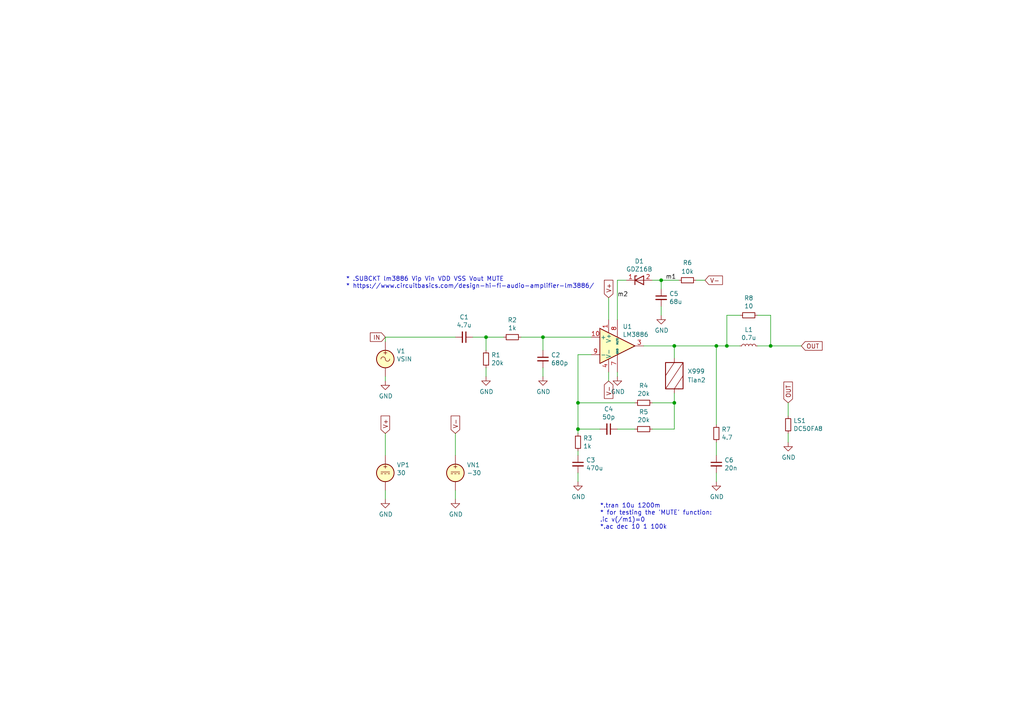
<source format=kicad_sch>
(kicad_sch (version 20230819) (generator eeschema)
  (paper "A4")
  (lib_symbols
    (symbol "Amplifier_Audio:LM3886" (pin_names (offset 0.127))
      (property "Reference" "U" (at 5.08 6.35 0))
      (property "Value" "LM3886" (at 5.08 3.81 0))
      (symbol "LM3886_0_1"
        (polyline (pts (xy -5.08 5.08) (xy 5.08 0) (xy -5.08 -5.08) (xy -5.08 5.08)) (stroke (width 0.254)) (fill (type background)))
      )
      (symbol "LM3886_1_1"
        (pin power_in line (at -2.54 7.62 270) (length 3.81) (name "V+") (number "1"))
        (pin input line (at -7.62 2.54 0) (length 2.54) (name "+") (number "10"))
        (pin no_connect line (at 2.54 2.54 270) (length 2.54) hide (name "NC") (number "11"))
        (pin no_connect line (at -2.54 2.54 270) (length 2.54) hide (name "NC") (number "2"))
        (pin output line (at 7.62 0 180) (length 2.54) (name "~") (number "3"))
        (pin power_in line (at -2.54 -7.62 90) (length 3.81) (name "V-") (number "4"))
        (pin passive line (at -2.54 7.62 270) (length 3.81) hide (name "V+") (number "5"))
        (pin no_connect line (at 0 2.54 270) (length 2.54) hide (name "NC") (number "6"))
        (pin power_in line (at 0 -7.62 90) (length 5.08) (name "GND") (number "7"))
        (pin input line (at 0 7.62 270) (length 5.08) (name "MUTE") (number "8"))
        (pin input line (at -7.62 -2.54 0) (length 2.54) (name "-") (number "9"))
      )
    )
    (symbol "Device:C_Small" (pin_numbers hide) (pin_names (offset 0.254) hide)
      (property "Reference" "C" (at 0.254 1.778 0))
      (property "Value" "C_Small" (at 0.254 -2.032 0))
      (symbol "C_Small_0_1"
        (polyline (pts (xy -1.524 -0.508) (xy 1.524 -0.508)) (stroke (width 0.3302)))
        (polyline (pts (xy -1.524 0.508) (xy 1.524 0.508)) (stroke (width 0.3048)))
      )
      (symbol "C_Small_1_1"
        (pin passive line (at 0 2.54 270) (length 2.032) (name "~") (number "1"))
        (pin passive line (at 0 -2.54 90) (length 2.032) (name "~") (number "2"))
      )
    )
    (symbol "Device:L_Small" (pin_numbers hide) (pin_names (offset 0.254) hide)
      (property "Reference" "L" (at 0.762 1.016 0))
      (property "Value" "L_Small" (at 0.762 -1.016 0))
      (symbol "L_Small_0_1"
        (arc (start 0 -2.032) (mid 0.5058 -1.524) (end 0 -1.016))
        (arc (start 0 -1.016) (mid 0.5058 -0.508) (end 0 0))
        (arc (start 0 0) (mid 0.5058 0.508) (end 0 1.016))
        (arc (start 0 1.016) (mid 0.5058 1.524) (end 0 2.032))
      )
      (symbol "L_Small_1_1"
        (pin passive line (at 0 2.54 270) (length 0.508) (name "~") (number "1"))
        (pin passive line (at 0 -2.54 90) (length 0.508) (name "~") (number "2"))
      )
    )
    (symbol "Device:R_Small" (pin_numbers hide) (pin_names (offset 0.254) hide)
      (property "Reference" "R" (at 0.762 0.508 0))
      (property "Value" "R_Small" (at 0.762 -1.016 0))
      (symbol "R_Small_0_1"
        (rectangle (start -0.762 1.778) (end 0.762 -1.778) (stroke (width 0.2032)))
      )
      (symbol "R_Small_1_1"
        (pin passive line (at 0 2.54 270) (length 0.762) (name "~") (number "1"))
        (pin passive line (at 0 -2.54 90) (length 0.762) (name "~") (number "2"))
      )
    )
    (symbol "Diode:BZD27Cxx" (pin_names hide)
      (property "Reference" "D" (at 0 2.54 0))
      (property "Value" "BZD27Cxx" (at 0 -2.54 0))
      (symbol "BZD27Cxx_0_1"
        (polyline (pts (xy 1.27 0) (xy -1.27 0)))
        (polyline (pts (xy -1.27 -1.27) (xy -1.27 1.27) (xy -0.762 1.27)) (stroke (width 0.254)))
        (polyline (pts (xy 1.27 -1.27) (xy 1.27 1.27) (xy -1.27 0) (xy 1.27 -1.27)) (stroke (width 0.254)))
      )
      (symbol "BZD27Cxx_1_1"
        (pin passive line (at -3.81 0 0) (length 2.54) (name "K") (number "1"))
        (pin passive line (at 3.81 0 180) (length 2.54) (name "A") (number "2"))
      )
    )
    (symbol "Simulation_SPICE:VDC" (pin_numbers hide) (pin_names (offset 0.0254))
      (property "Reference" "V" (at 2.54 2.54 0))
      (property "Value" "VDC" (at 2.54 0 0))
      (property "Spice_Model" "dc(1)" (at 2.54 -2.54 0))
      (symbol "VDC_0_0"
        (polyline (pts (xy -1.27 0.254) (xy 1.27 0.254)))
        (polyline (pts (xy -0.762 -0.254) (xy -1.27 -0.254)))
        (polyline (pts (xy 0.254 -0.254) (xy -0.254 -0.254)))
        (polyline (pts (xy 1.27 -0.254) (xy 0.762 -0.254)))
        (text "+" (at 0 1.905 0) (effects (font (size 1.27 1.27))))
      )
      (symbol "VDC_0_1"
        (circle (center 0 0) (radius 2.54) (stroke (width 0.254)) (fill (type background)))
      )
      (symbol "VDC_1_1"
        (pin passive line (at 0 5.08 270) (length 2.54) (name "~") (number "1"))
        (pin passive line (at 0 -5.08 90) (length 2.54) (name "~") (number "2"))
      )
    )
    (symbol "Simulation_SPICE:VSIN" (pin_numbers hide) (pin_names (offset 0.0254))
      (property "Reference" "V" (at 2.54 2.54 0))
      (property "Value" "VSIN" (at 2.54 0 0))
      (property "Spice_Model" "sin(0 1 1k)" (at 2.54 -2.54 0))
      (symbol "VSIN_0_0"
        (arc (start 0 0) (mid -0.635 0.6323) (end -1.27 0))
        (arc (start 0 0) (mid 0.635 -0.6323) (end 1.27 0))
        (text "+" (at 0 1.905 0) (effects (font (size 1.27 1.27))))
      )
      (symbol "VSIN_0_1"
        (circle (center 0 0) (radius 2.54) (stroke (width 0.254)) (fill (type background)))
      )
      (symbol "VSIN_1_1"
        (pin passive line (at 0 5.08 270) (length 2.54) (name "~") (number "1"))
        (pin passive line (at 0 -5.08 90) (length 2.54) (name "~") (number "2"))
      )
    )
    (symbol "power:GND" (power) (pin_names (offset 0))
      (property "Value" "GND" (at 0 -3.81 0))
      (symbol "GND_0_1"
        (polyline (pts (xy 0 0) (xy 0 -1.27) (xy 1.27 -1.27) (xy 0 -2.54) (xy -1.27 -1.27) (xy 0 -1.27)))
      )
      (symbol "GND_1_1"
        (pin power_in line (at 0 0 270) (length 0) hide (name "GND") (number "1"))
      )
    )
    (symbol "tian:Tian2" (pin_numbers hide) (pin_names (offset 0))
      (property "Reference" "X999" (at -5.08 0 90))
      (property "Value" "Tian2" (at 0 0 90))
      (symbol "Tian2_0_1"
        (rectangle (start -2.54 3.81) (end 2.54 -3.81) (stroke (width 0.254)))
        (polyline (pts (xy -2.54 -3.81) (xy 2.54 3.81)) (stroke (width 0.1524)))
        (polyline (pts (xy -2.54 0) (xy 0 3.81)) (stroke (width 0.1524)))
        (polyline (pts (xy 0 -3.81) (xy 2.54 0)) (stroke (width 0.1524)))
        (rectangle (start 1.27 -3.81) (end 1.27 -3.81) (stroke (width 0.254)))
      )
      (symbol "Tian2_1_1"
        (pin passive line (at 0 5.08 270) (length 1.27) (name "~") (number "1"))
        (pin passive line (at 0 -5.08 90) (length 1.27) (name "~") (number "2"))
      )
    )
  )
  (junction (at 223.52 100.33))
  (junction (at 167.64 124.46))
  (junction (at 207.772 100.33))
  (junction (at 157.48 97.79))
  (junction (at 140.97 97.79))
  (junction (at 167.64 116.84))
  (junction (at 195.58 100.33))
  (junction (at 210.82 100.33))
  (junction (at 195.58 116.84))
  (junction (at 191.77 81.28))
  (wire (pts (xy 167.64 132.08) (xy 167.64 130.81)))
  (wire (pts (xy 191.77 81.28) (xy 191.77 83.82)))
  (wire (pts (xy 223.52 100.33) (xy 232.41 100.33)))
  (wire (pts (xy 111.76 99.06) (xy 111.76 97.79)))
  (wire (pts (xy 179.07 81.28) (xy 179.07 92.71)))
  (wire (pts (xy 167.64 102.87) (xy 167.64 116.84)))
  (wire (pts (xy 167.64 124.46) (xy 173.99 124.46)))
  (wire (pts (xy 189.23 116.84) (xy 195.58 116.84)))
  (wire (pts (xy 157.48 106.68) (xy 157.48 109.22)))
  (wire (pts (xy 111.76 142.24) (xy 111.76 144.78)))
  (wire (pts (xy 111.76 97.79) (xy 132.08 97.79)))
  (wire (pts (xy 140.97 106.68) (xy 140.97 109.22)))
  (wire (pts (xy 167.64 124.46) (xy 167.64 125.73)))
  (wire (pts (xy 210.82 91.44) (xy 210.82 100.33)))
  (wire (pts (xy 210.82 100.33) (xy 214.63 100.33)))
  (wire (pts (xy 132.08 144.78) (xy 132.08 142.24)))
  (wire (pts (xy 179.07 107.95) (xy 179.07 109.22)))
  (wire (pts (xy 111.76 109.22) (xy 111.76 110.49)))
  (wire (pts (xy 140.97 101.6) (xy 140.97 97.79)))
  (wire (pts (xy 191.77 81.28) (xy 196.85 81.28)))
  (wire (pts (xy 167.64 116.84) (xy 184.15 116.84)))
  (wire (pts (xy 157.48 97.79) (xy 171.45 97.79)))
  (wire (pts (xy 191.77 88.9) (xy 191.77 91.44)))
  (wire (pts (xy 176.53 107.95) (xy 176.53 110.49)))
  (wire (pts (xy 195.58 114.046) (xy 195.58 116.84)))
  (wire (pts (xy 228.6 120.65) (xy 228.6 116.84)))
  (wire (pts (xy 207.772 132.08) (xy 207.772 128.27)))
  (wire (pts (xy 151.13 97.79) (xy 157.48 97.79)))
  (wire (pts (xy 219.71 91.44) (xy 223.52 91.44)))
  (wire (pts (xy 179.07 124.46) (xy 184.15 124.46)))
  (wire (pts (xy 228.6 125.73) (xy 228.6 128.27)))
  (wire (pts (xy 179.07 81.28) (xy 181.61 81.28)))
  (wire (pts (xy 157.48 101.6) (xy 157.48 97.79)))
  (wire (pts (xy 219.71 100.33) (xy 223.52 100.33)))
  (wire (pts (xy 195.58 100.33) (xy 195.58 103.886)))
  (wire (pts (xy 207.772 100.33) (xy 210.82 100.33)))
  (wire (pts (xy 132.08 125.73) (xy 132.08 132.08)))
  (wire (pts (xy 201.93 81.28) (xy 204.47 81.28)))
  (wire (pts (xy 140.97 97.79) (xy 146.05 97.79)))
  (wire (pts (xy 111.76 125.73) (xy 111.76 132.08)))
  (wire (pts (xy 167.64 137.16) (xy 167.64 139.7)))
  (wire (pts (xy 186.69 100.33) (xy 195.58 100.33)))
  (wire (pts (xy 207.772 139.7) (xy 207.772 137.16)))
  (wire (pts (xy 223.52 91.44) (xy 223.52 100.33)))
  (wire (pts (xy 167.64 116.84) (xy 167.64 124.46)))
  (wire (pts (xy 167.64 102.87) (xy 171.45 102.87)))
  (wire (pts (xy 207.772 123.19) (xy 207.772 100.33)))
  (wire (pts (xy 137.16 97.79) (xy 140.97 97.79)))
  (wire (pts (xy 189.23 124.46) (xy 195.58 124.46)))
  (wire (pts (xy 195.58 124.46) (xy 195.58 116.84)))
  (wire (pts (xy 214.63 91.44) (xy 210.82 91.44)))
  (wire (pts (xy 195.58 100.33) (xy 207.772 100.33)))
  (wire (pts (xy 189.23 81.28) (xy 191.77 81.28)))
  (wire (pts (xy 176.53 86.36) (xy 176.53 92.71)))
  (text "*.tran 10u 1200m\n* for testing the 'MUTE' function:\n.ic v(/m1)=0\n*.ac dec 10 1 100k" (at 173.99 153.67 0) (effects (font (size 1.27 1.27)) (justify left bottom)))
  (text "* .SUBCKT lm3886 Vip Vin VDD VSS Vout MUTE\n* https://www.circuitbasics.com/design-hi-fi-audio-amplifier-lm3886/" (at 100.33 83.82 0) (effects (font (size 1.27 1.27)) (justify left bottom)))
  (label "m2" (at 179.07 86.36 0))
  (label "m1" (at 193.04 81.28 0))
  (global_label "IN" (shape input) (at 111.76 97.79 180) (property "Intersheetrefs" "${INTERSHEET_REFS}" (effects hide)))
  (global_label "OUT" (shape input) (at 228.6 116.84 90) (property "Intersheetrefs" "${INTERSHEET_REFS}" (effects hide)))
  (global_label "V+" (shape input) (at 111.76 125.73 90) (property "Intersheetrefs" "${INTERSHEET_REFS}" (effects hide)))
  (global_label "V-" (shape input) (at 176.53 110.49 270) (property "Intersheetrefs" "${INTERSHEET_REFS}" (effects hide)))
  (global_label "OUT" (shape input) (at 232.41 100.33 0) (property "Intersheetrefs" "${INTERSHEET_REFS}" (effects hide)))
  (global_label "V+" (shape input) (at 176.53 86.36 90) (property "Intersheetrefs" "${INTERSHEET_REFS}" (effects hide)))
  (global_label "V-" (shape input) (at 204.47 81.28 0) (property "Intersheetrefs" "${INTERSHEET_REFS}" (effects hide)))
  (global_label "V-" (shape input) (at 132.08 125.73 90) (property "Intersheetrefs" "${INTERSHEET_REFS}" (effects hide)))
  (symbol (lib_id "Amplifier_Audio:LM3886") (at 179.07 100.33 0) (unit 1)
    (property "Reference" "U1" (at 180.594 94.7166 0) (effects (justify left)))
    (property "Value" "LM3886" (at 180.594 97.028 0) (effects (justify left)))
    (property "Footprint" "Package_TO_SOT_THT:TO-220-11_P3.4x5.08mm_StaggerOdd_Lead4.85mm_Vertical" (effects hide))
    (property "Datasheet" "http://www.ti.com/lit/ds/symlink/lm3886.pdf" (effects hide))
    (property "Sim.Library" "LM3886.lib" (effects hide))
    (property "Sim.Name" "lm3886" (effects hide))
    (property "Sim.Pins" "10=1 9=2 1=3 4=4 3=5 8=6" (effects hide))
  )
  (symbol (lib_id "Device:C_Small") (at 157.48 104.14 0) (unit 1)
    (property "Reference" "C2" (at 159.8168 102.9716 0) (effects (justify left)))
    (property "Value" "680p" (at 159.8168 105.283 0) (effects (justify left)))
  )
  (symbol (lib_id "Device:C_Small") (at 134.62 97.79 270) (unit 1)
    (property "Reference" "C1" (at 134.62 91.9734 90))
    (property "Value" "4.7u" (at 134.62 94.2848 90))
  )
  (symbol (lib_id "Device:R_Small") (at 140.97 104.14 0) (unit 1)
    (property "Reference" "R1" (at 142.4686 102.9716 0) (effects (justify left)))
    (property "Value" "20k" (at 142.4686 105.283 0) (effects (justify left)))
  )
  (symbol (lib_id "Device:R_Small") (at 148.59 97.79 270) (unit 1)
    (property "Reference" "R2" (at 148.59 92.8116 90))
    (property "Value" "1k" (at 148.59 95.123 90))
  )
  (symbol (lib_id "power:GND") (at 140.97 109.22 0) (unit 1)
    (property "Reference" "#PWR02" (effects hide))
    (property "Value" "GND" (at 141.097 113.6142 0))
  )
  (symbol (lib_id "power:GND") (at 157.48 109.22 0) (unit 1)
    (property "Reference" "#PWR03" (effects hide))
    (property "Value" "GND" (at 157.607 113.6142 0))
  )
  (symbol (lib_id "Simulation_SPICE:VSIN") (at 111.76 104.14 0) (unit 1)
    (property "Reference" "V1" (at 115.062 101.8286 0) (effects (justify left)))
    (property "Value" "VSIN" (at 115.062 104.14 0) (effects (justify left)))
    (property "Sim.Device" "SPICE" (effects hide))
    (property "Sim.Params" "type=\"V\" model=\"dc 0 ac 0 sin(0 1 1k)\" lib=\"\"" (effects hide))
    (property "Sim.Pins" "1=1 2=2" (effects hide))
  )
  (symbol (lib_id "power:GND") (at 111.76 110.49 0) (unit 1)
    (property "Reference" "#PWR01" (effects hide))
    (property "Value" "GND" (at 111.887 114.8842 0))
  )
  (symbol (lib_id "Device:R_Small") (at 167.64 128.27 0) (unit 1)
    (property "Reference" "R3" (at 169.1386 127.1016 0) (effects (justify left)))
    (property "Value" "1k" (at 169.1386 129.413 0) (effects (justify left)))
  )
  (symbol (lib_id "Device:C_Small") (at 167.64 134.62 0) (unit 1)
    (property "Reference" "C3" (at 169.9768 133.4516 0) (effects (justify left)))
    (property "Value" "470u" (at 169.9768 135.763 0) (effects (justify left)))
  )
  (symbol (lib_id "power:GND") (at 167.64 139.7 0) (unit 1)
    (property "Reference" "#PWR04" (effects hide))
    (property "Value" "GND" (at 167.767 144.0942 0))
  )
  (symbol (lib_id "Device:R_Small") (at 186.69 116.84 90) (unit 1)
    (property "Reference" "R4" (at 186.69 111.8616 90))
    (property "Value" "20k" (at 186.69 114.173 90))
  )
  (symbol (lib_id "Device:C_Small") (at 207.772 134.62 0) (unit 1)
    (property "Reference" "C6" (at 210.1088 133.4516 0) (effects (justify left)))
    (property "Value" "20n" (at 210.1088 135.763 0) (effects (justify left)))
  )
  (symbol (lib_id "Device:C_Small") (at 176.53 124.46 270) (unit 1)
    (property "Reference" "C4" (at 176.53 118.6434 90))
    (property "Value" "50p" (at 176.53 120.9548 90))
  )
  (symbol (lib_id "Device:R_Small") (at 186.69 124.46 90) (unit 1)
    (property "Reference" "R5" (at 186.69 119.4816 90))
    (property "Value" "20k" (at 186.69 121.793 90))
  )
  (symbol (lib_id "Device:R_Small") (at 207.772 125.73 0) (unit 1)
    (property "Reference" "R7" (at 209.2706 124.5616 0) (effects (justify left)))
    (property "Value" "4.7" (at 209.2706 126.873 0) (effects (justify left)))
  )
  (symbol (lib_id "power:GND") (at 207.772 139.7 0) (unit 1)
    (property "Reference" "#PWR06" (effects hide))
    (property "Value" "GND" (at 207.899 144.0942 0))
  )
  (symbol (lib_id "Device:L_Small") (at 217.17 100.33 90) (unit 1)
    (property "Reference" "L1" (at 217.17 95.631 90))
    (property "Value" "0.7u" (at 217.17 97.9424 90))
  )
  (symbol (lib_id "Device:R_Small") (at 217.17 91.44 90) (unit 1)
    (property "Reference" "R8" (at 217.17 86.4616 90))
    (property "Value" "10" (at 217.17 88.773 90))
  )
  (symbol (lib_id "Diode:BZD27Cxx") (at 185.42 81.28 0) (unit 1)
    (property "Reference" "D1" (at 185.42 75.7682 0))
    (property "Value" "GDZ16B" (at 185.42 78.0796 0))
    (property "Footprint" "Diode_SMD:D_SMF" (effects hide))
    (property "Datasheet" "https://www.vishay.com/docs/85153/bzd27series.pdf" (effects hide))
    (property "Sim.Library" "GDZ16B.lib" (effects hide))
    (property "Sim.Name" "GDZ16B" (effects hide))
    (property "Sim.Pins" "2=1 1=2" (effects hide))
  )
  (symbol (lib_id "Device:C_Small") (at 191.77 86.36 0) (unit 1)
    (property "Reference" "C5" (at 194.1068 85.1916 0) (effects (justify left)))
    (property "Value" "68u" (at 194.1068 87.503 0) (effects (justify left)))
  )
  (symbol (lib_id "power:GND") (at 191.77 91.44 0) (unit 1)
    (property "Reference" "#PWR05" (effects hide))
    (property "Value" "GND" (at 191.897 95.8342 0))
  )
  (symbol (lib_id "Device:R_Small") (at 199.39 81.28 90) (unit 1)
    (property "Reference" "R6" (at 199.39 76.2 90))
    (property "Value" "10k" (at 199.39 78.74 90))
  )
  (symbol (lib_id "power:GND") (at 179.07 109.22 0) (unit 1)
    (property "Reference" "#PWR0101" (effects hide))
    (property "Value" "GND" (at 179.197 113.6142 0))
  )
  (symbol (lib_id "Simulation_SPICE:VDC") (at 111.76 137.16 0) (unit 1)
    (property "Reference" "VP1" (at 115.062 134.8486 0) (effects (justify left)))
    (property "Value" "30" (at 115.062 137.16 0) (effects (justify left)))
    (property "Sim.Device" "V" (effects hide))
    (property "Sim.Type" "DC" (effects hide))
    (property "Sim.Pins" "1=+ 2=-" (effects hide))
  )
  (symbol (lib_id "Simulation_SPICE:VDC") (at 132.08 137.16 0) (unit 1)
    (property "Reference" "VN1" (at 135.382 134.8486 0) (effects (justify left)))
    (property "Value" "-30" (at 135.382 137.16 0) (effects (justify left)))
    (property "Sim.Device" "V" (effects hide))
    (property "Sim.Type" "DC" (effects hide))
    (property "Sim.Pins" "1=+ 2=-" (effects hide))
  )
  (symbol (lib_id "power:GND") (at 111.76 144.78 0) (unit 1)
    (property "Reference" "#PWR0103" (effects hide))
    (property "Value" "GND" (at 111.887 149.1742 0))
  )
  (symbol (lib_id "power:GND") (at 132.08 144.78 0) (unit 1)
    (property "Reference" "#PWR0104" (effects hide))
    (property "Value" "GND" (at 132.207 149.1742 0))
  )
  (symbol (lib_id "Device:R_Small") (at 228.6 123.19 0) (unit 1)
    (property "Reference" "LS1" (at 230.0986 122.0216 0) (effects (justify left)))
    (property "Value" "DC50FA8" (at 230.0986 124.333 0) (effects (justify left)))
    (property "Sim.Library" "Loudspeaker.lib" (effects hide))
    (property "Sim.Name" "DC50FA8" (effects hide))
    (property "Sim.Pins" "1=SPK+ 2=SPK-" (effects hide))
  )
  (symbol (lib_id "power:GND") (at 228.6 128.27 0) (unit 1)
    (property "Reference" "#PWR0102" (effects hide))
    (property "Value" "GND" (at 228.727 132.6642 0))
  )
  (symbol (lib_id "tian:Tian2") (at 195.58 108.966 0) (unit 1)
    (property "Reference" "X999" (at 199.39 107.6959 0) (effects (justify left)))
    (property "Value" "Tian2" (at 199.39 110.2359 0) (effects (justify left)))
    (property "Sim.Library" "Tian_subckt.lib" (effects hide))
    (property "Sim.Name" "loopgainprobe" (effects hide))
    (property "Sim.Pins" "1=a 2=b" (effects hide))
  )
)
</source>
